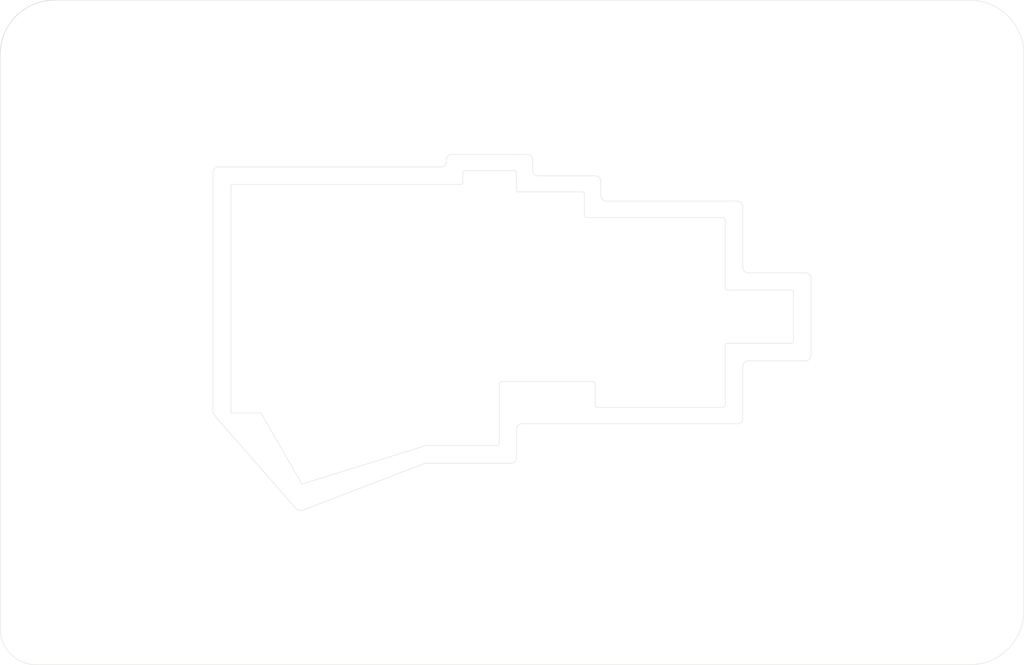
<source format=kicad_pcb>
(kicad_pcb (version 20221018) (generator pcbnew)

  (general
    (thickness 1.6)
  )

  (paper "A4")
  (layers
    (0 "F.Cu" signal)
    (31 "B.Cu" signal)
    (32 "B.Adhes" user "B.Adhesive")
    (33 "F.Adhes" user "F.Adhesive")
    (34 "B.Paste" user)
    (35 "F.Paste" user)
    (36 "B.SilkS" user "B.Silkscreen")
    (37 "F.SilkS" user "F.Silkscreen")
    (38 "B.Mask" user)
    (39 "F.Mask" user)
    (40 "Dwgs.User" user "User.Drawings")
    (41 "Cmts.User" user "User.Comments")
    (42 "Eco1.User" user "User.Eco1")
    (43 "Eco2.User" user "User.Eco2")
    (44 "Edge.Cuts" user)
    (45 "Margin" user)
    (46 "B.CrtYd" user "B.Courtyard")
    (47 "F.CrtYd" user "F.Courtyard")
    (48 "B.Fab" user)
    (49 "F.Fab" user)
    (50 "User.1" user)
    (51 "User.2" user)
    (52 "User.3" user)
    (53 "User.4" user)
    (54 "User.5" user)
    (55 "User.6" user)
    (56 "User.7" user)
    (57 "User.8" user)
    (58 "User.9" user)
  )

  (setup
    (stackup
      (layer "F.SilkS" (type "Top Silk Screen"))
      (layer "F.Paste" (type "Top Solder Paste"))
      (layer "F.Mask" (type "Top Solder Mask") (thickness 0.01))
      (layer "F.Cu" (type "copper") (thickness 0.035))
      (layer "dielectric 1" (type "core") (thickness 1.51) (material "FR4") (epsilon_r 4.5) (loss_tangent 0.02))
      (layer "B.Cu" (type "copper") (thickness 0.035))
      (layer "B.Mask" (type "Bottom Solder Mask") (thickness 0.01))
      (layer "B.Paste" (type "Bottom Solder Paste"))
      (layer "B.SilkS" (type "Bottom Silk Screen"))
      (copper_finish "None")
      (dielectric_constraints no)
    )
    (pad_to_mask_clearance 0)
    (pcbplotparams
      (layerselection 0x0001000_7ffffffe)
      (plot_on_all_layers_selection 0x0000000_00000000)
      (disableapertmacros false)
      (usegerberextensions true)
      (usegerberattributes false)
      (usegerberadvancedattributes false)
      (creategerberjobfile false)
      (dashed_line_dash_ratio 12.000000)
      (dashed_line_gap_ratio 3.000000)
      (svgprecision 3)
      (plotframeref false)
      (viasonmask false)
      (mode 1)
      (useauxorigin false)
      (hpglpennumber 1)
      (hpglpenspeed 20)
      (hpglpendiameter 15.000000)
      (dxfpolygonmode true)
      (dxfimperialunits false)
      (dxfusepcbnewfont true)
      (psnegative false)
      (psa4output false)
      (plotreference true)
      (plotvalue false)
      (plotinvisibletext false)
      (sketchpadsonfab false)
      (subtractmaskfromsilk false)
      (outputformat 5)
      (mirror false)
      (drillshape 0)
      (scaleselection 1)
      (outputdirectory "../../../../../../../Downloads/jantor-alignment/")
    )
  )

  (net 0 "")

  (gr_line (start 43.529375 -131.296875) (end 43.529375 -198.296875)
    (stroke (width 0.1) (type solid)) (layer "Edge.Cuts") (tstamp 023bd552-6d03-4063-8d5c-3259d7895c97))
  (gr_arc (start 101.911341 -117.032943) (mid 102.454993 -117.230004) (end 103.029375 -117.296875)
    (stroke (width 0.1) (type solid)) (layer "Edge.Cuts") (tstamp 0278fe62-2b41-4e62-bae2-8dc443db32f1))
  (gr_arc (start 150.029375 -197.296875) (mid 151.090035 -196.857535) (end 151.529375 -195.796875)
    (stroke (width 0.1) (type solid)) (layer "Edge.Cuts") (tstamp 04a7fdd7-facd-4d6e-b83e-12849b37f7e2))
  (gr_line (start 56.899375 -131.296875) (end 50.029375 -131.296875)
    (stroke (width 0.1) (type solid)) (layer "Edge.Cuts") (tstamp 053ddcc9-4986-4d1f-931f-472993eec5d5))
  (gr_arc (start 149.32625 -140) (mid 149.746102 -139.826102) (end 149.92 -139.40625)
    (stroke (width 0.1) (type solid)) (layer "Edge.Cuts") (tstamp 0914872a-d8d4-4920-a09d-43c14dc524dc))
  (gr_line (start 113.70125 -198.78125) (end 127.3575 -198.78125)
    (stroke (width 0.1) (type solid)) (layer "Edge.Cuts") (tstamp 0a80df00-7fb9-47b7-a660-15fb0094a739))
  (gr_arc (start 150.51375 -132.875) (mid 150.093913 -133.048913) (end 149.92 -133.46875)
    (stroke (width 0.1) (type solid)) (layer "Edge.Cuts") (tstamp 1053810c-f03f-4385-97cd-30353fe27e74))
  (gr_line (start 45.029375 -199.796875) (end 107.029375 -199.796875)
    (stroke (width 0.1) (type solid)) (layer "Edge.Cuts") (tstamp 10993bf9-ee80-4521-9950-a48b9b0b9fbc))
  (gr_line (start 149.92 -139.40625) (end 149.92 -133.46875)
    (stroke (width 0.1) (type solid)) (layer "Edge.Cuts") (tstamp 10b40f55-5c00-4be0-a102-de31b8df597b))
  (gr_arc (start 208.529375 -170.296875) (mid 209.590035 -169.857535) (end 210.029375 -168.796875)
    (stroke (width 0.1) (type solid)) (layer "Edge.Cuts") (tstamp 126902c3-3086-4bde-8a02-fa97b3d69d2c))
  (gr_arc (start 147.545 -185.71875) (mid 147.125148 -185.892648) (end 146.95125 -186.3125)
    (stroke (width 0.1) (type solid)) (layer "Edge.Cuts") (tstamp 14202685-fc89-4c5f-8aed-d3851ebefb55))
  (gr_arc (start 113.1075 -198.1875) (mid 113.281442 -198.607308) (end 113.70125 -198.78125)
    (stroke (width 0.1) (type solid)) (layer "Edge.Cuts") (tstamp 1540c54f-7c18-4be3-ae22-75f45daa8462))
  (gr_line (start 108.529375 -201.796875) (end 108.529375 -201.296875)
    (stroke (width 0.1) (type solid)) (layer "Edge.Cuts") (tstamp 18f5f8b4-f361-447c-83c0-6742921b070a))
  (gr_line (start 186.7325 -150.6875) (end 204.545 -150.6875)
    (stroke (width 0.1) (type solid)) (layer "Edge.Cuts") (tstamp 19dce3a0-c060-404a-bd1a-ac0b9097031d))
  (gr_arc (start 146.3575 -192.84375) (mid 146.777337 -192.669837) (end 146.95125 -192.25)
    (stroke (width 0.1) (type solid)) (layer "Edge.Cuts") (tstamp 1b3a65bf-21ab-4ff2-b065-ccf427f1abf9))
  (gr_line (start 150.029375 -197.296875) (end 134.029375 -197.296875)
    (stroke (width 0.1) (type solid)) (layer "Edge.Cuts") (tstamp 1e05762a-1031-4c74-820d-efbb51206868))
  (gr_arc (start 128.029375 -118.796875) (mid 127.590035 -117.736215) (end 126.529375 -117.296875)
    (stroke (width 0.1) (type solid)) (layer "Edge.Cuts") (tstamp 1e4c495a-cace-41e0-a261-451723fbfb6f))
  (gr_line (start 66.529375 -104.796875) (end 44.697325 -129.742175)
    (stroke (width 0.1) (type solid)) (layer "Edge.Cuts") (tstamp 1e7a5a71-9ce1-4ea9-842a-fb82f975bf70))
  (gr_line (start 205.13875 -151.28125) (end 205.13875 -164.9375)
    (stroke (width 0.1) (type solid)) (layer "Edge.Cuts") (tstamp 268c2e5c-21d7-42b2-8b47-f6c1f0918460))
  (gr_line (start 122.6075 -122.1875) (end 102.716875 -122.1875)
    (stroke (width 0.1) (type solid)) (layer "Edge.Cuts") (tstamp 26ad030a-5e56-460e-9fe7-715b1e47d431))
  (gr_arc (start 113.1075 -195.515625) (mid 112.933611 -195.095757) (end 112.51375 -194.921875)
    (stroke (width 0.1) (type solid)) (layer "Edge.Cuts") (tstamp 2779093f-254a-4b6c-b5b9-0564c62f551a))
  (gr_arc (start 186.13875 -150.09375) (mid 186.312648 -150.513602) (end 186.7325 -150.6875)
    (stroke (width 0.1) (type solid)) (layer "Edge.Cuts") (tstamp 2c5dc683-e11b-46f5-9dbe-0216dd822154))
  (gr_arc (start 186.13875 -133.46875) (mid 185.964837 -133.048913) (end 185.545 -132.875)
    (stroke (width 0.1) (type solid)) (layer "Edge.Cuts") (tstamp 2d9f1110-9b7c-418b-9f3b-56b046e4d059))
  (gr_line (start -5.705 -61.205) (end 254.295 -61.205)
    (stroke (width 0.1) (type default)) (layer "Edge.Cuts") (tstamp 3695650b-0910-4cd0-82da-d4ef64ab0a48))
  (gr_line (start 129.529375 -128.296875) (end 189.529375 -128.296875)
    (stroke (width 0.1) (type solid)) (layer "Edge.Cuts") (tstamp 3de60676-f0e9-4a10-a0f6-56352fe166a4))
  (gr_line (start 48.529375 -131.296875) (end 50.029375 -131.296875)
    (stroke (width 0.1) (type default)) (layer "Edge.Cuts") (tstamp 3e06026e-6876-4eed-839c-9b73f4169cd7))
  (gr_arc (start 189.529375 -190.296875) (mid 190.590035 -189.857535) (end 191.029375 -188.796875)
    (stroke (width 0.1) (type solid)) (layer "Edge.Cuts") (tstamp 3e6d2308-411c-435d-a03c-d41532a793a4))
  (gr_arc (start 254.295 -246.205) (mid 264.901602 -241.811602) (end 269.295 -231.205)
    (stroke (width 0.1) (type default)) (layer "Edge.Cuts") (tstamp 3e984740-91c7-4a1f-9242-632373c2adbf))
  (gr_arc (start 127.3575 -198.78125) (mid 127.777337 -198.607337) (end 127.95125 -198.1875)
    (stroke (width 0.1) (type solid)) (layer "Edge.Cuts") (tstamp 3f6168dd-bd6f-4b3d-b5e8-a81e7445d56d))
  (gr_arc (start 191.029375 -144.296875) (mid 191.468715 -145.357535) (end 192.529375 -145.796875)
    (stroke (width 0.1) (type solid)) (layer "Edge.Cuts") (tstamp 4068cffb-4bb7-4328-8b90-f3df9a5c2c8c))
  (gr_arc (start 123.20125 -122.78125) (mid 123.027337 -122.361413) (end 122.6075 -122.1875)
    (stroke (width 0.1) (type solid)) (layer "Edge.Cuts") (tstamp 41224397-c965-49be-95b7-e1f4bc1abe81))
  (gr_arc (start 153.029375 -190.296875) (mid 151.968715 -190.736215) (end 151.529375 -191.796875)
    (stroke (width 0.1) (type solid)) (layer "Edge.Cuts") (tstamp 4aa45586-fc4f-49c7-81ce-c3a58f597700))
  (gr_line (start 146.95125 -192.25) (end 146.95125 -186.3125)
    (stroke (width 0.1) (type solid)) (layer "Edge.Cuts") (tstamp 4ba9fee9-fa27-48b7-bdc2-a4f40bb81ba5))
  (gr_arc (start 186.7325 -165.53125) (mid 186.312648 -165.705148) (end 186.13875 -166.125)
    (stroke (width 0.1) (type solid)) (layer "Edge.Cuts") (tstamp 55f49c96-6f95-4768-be25-b61cd5725f99))
  (gr_arc (start 123.20125 -139.40625) (mid 123.375148 -139.826102) (end 123.795 -140)
    (stroke (width 0.1) (type solid)) (layer "Edge.Cuts") (tstamp 56c13294-4bb1-42bf-b9db-b004f732b060))
  (gr_arc (start 128.545 -192.84375) (mid 128.125148 -193.017648) (end 127.95125 -193.4375)
    (stroke (width 0.1) (type solid)) (layer "Edge.Cuts") (tstamp 56f1c2b2-78d2-4e8c-9f59-77a2874a1c99))
  (gr_line (start 189.529375 -190.296875) (end 153.029375 -190.296875)
    (stroke (width 0.1) (type solid)) (layer "Edge.Cuts") (tstamp 5818bef7-20c8-4ed8-83ea-f134cc6082d5))
  (gr_line (start -15.705 -71.205) (end -15.705 -231.205)
    (stroke (width 0.1) (type default)) (layer "Edge.Cuts") (tstamp 5b39b3d1-0305-49ee-907a-13ddfa9035f4))
  (gr_arc (start 128.029375 -126.796875) (mid 128.468715 -127.857535) (end 129.529375 -128.296875)
    (stroke (width 0.1) (type solid)) (layer "Edge.Cuts") (tstamp 5cf3fba2-31d8-46a8-9b7b-0b97a7f66f11))
  (gr_line (start 254.295 -246.205) (end -0.705 -246.205)
    (stroke (width 0.1) (type default)) (layer "Edge.Cuts") (tstamp 5f0aa3e9-1aef-40dd-ac3b-34a990aaae25))
  (gr_arc (start 108.529375 -201.296875) (mid 108.090064 -200.236186) (end 107.029375 -199.796875)
    (stroke (width 0.1) (type solid)) (layer "Edge.Cuts") (tstamp 68d96373-434b-4924-ad86-f4f51b0e309d))
  (gr_arc (start 134.029375 -197.296875) (mid 132.968715 -197.736215) (end 132.529375 -198.796875)
    (stroke (width 0.1) (type solid)) (layer "Edge.Cuts") (tstamp 6e554ad8-e174-42cb-85a8-16317ab6820e))
  (gr_line (start 149.32625 -140) (end 123.795 -140)
    (stroke (width 0.1) (type solid)) (layer "Edge.Cuts") (tstamp 783954d4-8e12-46cb-a77c-79973ccf77f4))
  (gr_arc (start 191.029375 -129.796875) (mid 190.590035 -128.736215) (end 189.529375 -128.296875)
    (stroke (width 0.1) (type solid)) (layer "Edge.Cuts") (tstamp 8af6771a-4e63-4ec5-afdf-82539fd75f6a))
  (gr_line (start 103.029375 -117.296875) (end 126.529375 -117.296875)
    (stroke (width 0.1) (type solid)) (layer "Edge.Cuts") (tstamp 901e4ef1-c5e9-4868-b7a5-f29186b98053))
  (gr_line (start 191.029375 -129.796875) (end 191.029375 -144.296875)
    (stroke (width 0.1) (type solid)) (layer "Edge.Cuts") (tstamp 926c5de5-cab1-4f63-b429-2c5d296e6c48))
  (gr_line (start 112.51375 -194.921875) (end 49.029375 -194.921875)
    (stroke (width 0.1) (type solid)) (layer "Edge.Cuts") (tstamp 95acbb4f-bfb0-4c52-88cb-1aa23d1ee905))
  (gr_line (start 123.20125 -139.40625) (end 123.20125 -122.78125)
    (stroke (width 0.1) (type solid)) (layer "Edge.Cuts") (tstamp 95b5a2ec-9671-435b-b88e-58d875285385))
  (gr_line (start 210.029375 -147.296875) (end 210.029375 -168.796875)
    (stroke (width 0.1) (type solid)) (layer "Edge.Cuts") (tstamp 96419fd2-09b3-4586-a4b1-51209023af62))
  (gr_line (start 151.529375 -191.796875) (end 151.529375 -195.796875)
    (stroke (width 0.1) (type solid)) (layer "Edge.Cuts") (tstamp 97c42757-5089-4356-acc7-4089e8d16692))
  (gr_line (start 48.529375 -131.296875) (end 48.529375 -194.421875)
    (stroke (width 0.1) (type solid)) (layer "Edge.Cuts") (tstamp 9a9ba5fc-2f70-4814-92b0-e458b4469bc9))
  (gr_line (start 186.13875 -185.125) (end 186.13875 -166.125)
    (stroke (width 0.1) (type solid)) (layer "Edge.Cuts") (tstamp 9be94d45-e9ae-41fe-9db3-a95753404dec))
  (gr_arc (start 131.029375 -203.296875) (mid 132.090035 -202.857535) (end 132.529375 -201.796875)
    (stroke (width 0.1) (type solid)) (layer "Edge.Cuts") (tstamp 9c0616a0-9e1d-458b-8172-6555d5b4fb26))
  (gr_line (start 68.978058 -104.399509) (end 101.911341 -117.032943)
    (stroke (width 0.1) (type solid)) (layer "Edge.Cuts") (tstamp 9d9942d1-9a62-449f-99be-318f3af10089))
  (gr_line (start 128.029375 -203.296875) (end 110.029375 -203.296875)
    (stroke (width 0.1) (type solid)) (layer "Edge.Cuts") (tstamp 9f07c200-697a-4b1a-857e-5ab37e3ec6b1))
  (gr_line (start 132.529375 -198.796875) (end 132.529375 -201.796875)
    (stroke (width 0.1) (type solid)) (layer "Edge.Cuts") (tstamp 9f0d121b-44c9-4d13-b549-87ec8bee1bfa))
  (gr_arc (start -5.705 -61.205) (mid -12.776068 -64.133932) (end -15.705 -71.205)
    (stroke (width 0.1) (type default)) (layer "Edge.Cuts") (tstamp a1844470-3931-4699-bdd0-00bf0472d8a4))
  (gr_arc (start 205.13875 -151.28125) (mid 204.964837 -150.861413) (end 204.545 -150.6875)
    (stroke (width 0.1) (type solid)) (layer "Edge.Cuts") (tstamp a7394f95-c937-4fc2-a5e2-87e3b6402175))
  (gr_arc (start 269.295 -76.205) (mid 264.901602 -65.598398) (end 254.295 -61.205)
    (stroke (width 0.1) (type default)) (layer "Edge.Cuts") (tstamp a7530fd1-4bae-4e28-9806-3a1e59aee49f))
  (gr_line (start 208.529375 -170.296875) (end 192.529375 -170.296875)
    (stroke (width 0.1) (type solid)) (layer "Edge.Cuts") (tstamp ac4ffe28-d6ef-4911-b5ec-e340736f767d))
  (gr_arc (start 68.978058 -104.399509) (mid 67.689577 -104.202947) (end 66.529375 -104.796875)
    (stroke (width 0.1) (type solid)) (layer "Edge.Cuts") (tstamp b4c1493c-e78c-4fac-bb2f-2a713510e392))
  (gr_arc (start 204.545 -165.53125) (mid 204.964837 -165.357337) (end 205.13875 -164.9375)
    (stroke (width 0.1) (type solid)) (layer "Edge.Cuts") (tstamp b4e0256d-e677-4041-a170-cc5d1e2369d8))
  (gr_line (start 131.029375 -203.296875) (end 128.029375 -203.296875)
    (stroke (width 0.1) (type solid)) (layer "Edge.Cuts") (tstamp b4ebfaef-68c0-4854-8714-0fa46215fc0b))
  (gr_line (start 113.1075 -195.515625) (end 113.1075 -198.1875)
    (stroke (width 0.1) (type solid)) (layer "Edge.Cuts") (tstamp b8555b6f-491e-42cb-bfe6-a4762544a43c))
  (gr_line (start 150.51375 -132.875) (end 185.545 -132.875)
    (stroke (width 0.1) (type solid)) (layer "Edge.Cuts") (tstamp c049d715-4adf-4865-9b42-779b56642b14))
  (gr_line (start 127.95125 -198.1875) (end 127.95125 -193.4375)
    (stroke (width 0.1) (type solid)) (layer "Edge.Cuts") (tstamp c3402989-ce4d-47b8-a1d9-145517dba152))
  (gr_arc (start -15.705 -231.205) (mid -11.311602 -241.811601) (end -0.705 -246.205)
    (stroke (width 0.15) (type default)) (layer "Edge.Cuts") (tstamp c8baa8d4-63bd-4cb7-8e34-56b3d7e324ec))
  (gr_line (start 102.716875 -122.1875) (end 68.279375 -111.5)
    (stroke (width 0.1) (type solid)) (layer "Edge.Cuts") (tstamp d76585c4-fd12-4a1d-9bf7-ef72cca6484b))
  (gr_arc (start 210.029375 -147.296875) (mid 209.590035 -146.236215) (end 208.529375 -145.796875)
    (stroke (width 0.1) (type solid)) (layer "Edge.Cuts") (tstamp d8c320ef-d6e7-483f-a149-3023607d8dc2))
  (gr_line (start 186.13875 -150.09375) (end 186.13875 -133.46875)
    (stroke (width 0.1) (type solid)) (layer "Edge.Cuts") (tstamp dc3c7134-012f-4d90-b024-6e4434c9249c))
  (gr_line (start 147.545 -185.71875) (end 185.545 -185.71875)
    (stroke (width 0.1) (type solid)) (layer "Edge.Cuts") (tstamp dd3329ce-a631-4e06-a54a-c9d899c9cc77))
  (gr_line (start 128.029375 -118.796875) (end 128.029375 -126.796875)
    (stroke (width 0.1) (type solid)) (layer "Edge.Cuts") (tstamp e0248a6d-eb8d-47b1-bc9a-c753d49a2d1e))
  (gr_arc (start 108.529375 -201.796875) (mid 108.968744 -202.857506) (end 110.029375 -203.296875)
    (stroke (width 0.1) (type solid)) (layer "Edge.Cuts") (tstamp e0bd4379-319c-49cb-871d-fd9716ceddf3))
  (gr_line (start 186.7325 -165.53125) (end 204.545 -165.53125)
    (stroke (width 0.1) (type solid)) (layer "Edge.Cuts") (tstamp e70bc480-4f0a-4abe-8135-03ea32847b42))
  (gr_arc (start 185.545 -185.71875) (mid 185.964837 -185.544837) (end 186.13875 -185.125)
    (stroke (width 0.1) (type solid)) (layer "Edge.Cuts") (tstamp eb29581f-995b-4ead-9ccc-229306d4df07))
  (gr_line (start 128.545 -192.84375) (end 146.3575 -192.84375)
    (stroke (width 0.1) (type solid)) (layer "Edge.Cuts") (tstamp ecfd6b8e-1763-45bc-a15d-f7336bab2095))
  (gr_arc (start 192.529375 -170.296875) (mid 191.468715 -170.736215) (end 191.029375 -171.796875)
    (stroke (width 0.1) (type solid)) (layer "Edge.Cuts") (tstamp ef07d3e8-9324-480e-aea2-a6bb6c445cf0))
  (gr_line (start 43.529375 -131.296875) (end 44.697325 -129.742175)
    (stroke (width 0.1) (type default)) (layer "Edge.Cuts") (tstamp f0a02601-8cb2-4dd5-8166-8156ae963641))
  (gr_line (start 191.029375 -171.796875) (end 191.029375 -188.796875)
    (stroke (width 0.1) (type solid)) (layer "Edge.Cuts") (tstamp f214b5fa-2a88-4266-8dcf-93c5193a2c6c))
  (gr_arc (start 48.529375 -194.421875) (mid 48.675851 -194.775399) (end 49.029375 -194.921875)
    (stroke (width 0.1) (type default)) (layer "Edge.Cuts") (tstamp f6f85729-c61d-4d12-bc7a-0fe7c73c1dc7))
  (gr_line (start 192.529375 -145.796875) (end 208.529375 -145.796875)
    (stroke (width 0.1) (type solid)) (layer "Edge.Cuts") (tstamp f72a0084-3aba-417e-acae-d8e28986d049))
  (gr_line (start 269.295 -76.205) (end 269.295 -231.205)
    (stroke (width 0.1) (type default)) (layer "Edge.Cuts") (tstamp fe0d7b51-ca04-4c68-83c7-b31b1571e9b9))
  (gr_line (start 68.279375 -111.5) (end 56.899375 -131.296875)
    (stroke (width 0.1) (type solid)) (layer "Edge.Cuts") (tstamp fe83ce92-05d4-4383-ad82-5dbf814df721))
  (gr_arc (start 43.529375 -198.296875) (mid 43.968744 -199.357506) (end 45.029375 -199.796875)
    (stroke (width 0.1) (type solid)) (layer "Edge.Cuts") (tstamp ff152bf3-96e9-4bb7-a2ef-378212e6a22a))

  (group "" (id b39e373c-7a36-45b6-9994-abaf997eddec)
    (members
      023bd552-6d03-4063-8d5c-3259d7895c97
      0278fe62-2b41-4e62-bae2-8dc443db32f1
      04a7fdd7-facd-4d6e-b83e-12849b37f7e2
      053ddcc9-4986-4d1f-931f-472993eec5d5
      0914872a-d8d4-4920-a09d-43c14dc524dc
      0a80df00-7fb9-47b7-a660-15fb0094a739
      1053810c-f03f-4385-97cd-30353fe27e74
      10993bf9-ee80-4521-9950-a48b9b0b9fbc
      10b40f55-5c00-4be0-a102-de31b8df597b
      126902c3-3086-4bde-8a02-fa97b3d69d2c
      14202685-fc89-4c5f-8aed-d3851ebefb55
      1540c54f-7c18-4be3-ae22-75f45daa8462
      18f5f8b4-f361-447c-83c0-6742921b070a
      19dce3a0-c060-404a-bd1a-ac0b9097031d
      1b3a65bf-21ab-4ff2-b065-ccf427f1abf9
      1e05762a-1031-4c74-820d-efbb51206868
      1e4c495a-cace-41e0-a261-451723fbfb6f
      1e7a5a71-9ce1-4ea9-842a-fb82f975bf70
      268c2e5c-21d7-42b2-8b47-f6c1f0918460
      26ad030a-5e56-460e-9fe7-715b1e47d431
      2779093f-254a-4b6c-b5b9-0564c62f551a
      2c5dc683-e11b-46f5-9dbe-0216dd822154
      2d9f1110-9b7c-418b-9f3b-56b046e4d059
      3de60676-f0e9-4a10-a0f6-56352fe166a4
      3e06026e-6876-4eed-839c-9b73f4169cd7
      3e6d2308-411c-435d-a03c-d41532a793a4
      3f6168dd-bd6f-4b3d-b5e8-a81e7445d56d
      4068cffb-4bb7-4328-8b90-f3df9a5c2c8c
      41224397-c965-49be-95b7-e1f4bc1abe81
      4aa45586-fc4f-49c7-81ce-c3a58f597700
      4ba9fee9-fa27-48b7-bdc2-a4f40bb81ba5
      55f49c96-6f95-4768-be25-b61cd5725f99
      56c13294-4bb1-42bf-b9db-b004f732b060
      56f1c2b2-78d2-4e8c-9f59-77a2874a1c99
      5818bef7-20c8-4ed8-83ea-f134cc6082d5
      5cf3fba2-31d8-46a8-9b7b-0b97a7f66f11
      68d96373-434b-4924-ad86-f4f51b0e309d
      6e554ad8-e174-42cb-85a8-16317ab6820e
      783954d4-8e12-46cb-a77c-79973ccf77f4
      8af6771a-4e63-4ec5-afdf-82539fd75f6a
      901e4ef1-c5e9-4868-b7a5-f29186b98053
      926c5de5-cab1-4f63-b429-2c5d296e6c48
      95acbb4f-bfb0-4c52-88cb-1aa23d1ee905
      95b5a2ec-9671-435b-b88e-58d875285385
      96419fd2-09b3-4586-a4b1-51209023af62
      97c42757-5089-4356-acc7-4089e8d16692
      9a9ba5fc-2f70-4814-92b0-e458b4469bc9
      9be94d45-e9ae-41fe-9db3-a95753404dec
      9c0616a0-9e1d-458b-8172-6555d5b4fb26
      9d9942d1-9a62-449f-99be-318f3af10089
      9f07c200-697a-4b1a-857e-5ab37e3ec6b1
      9f0d121b-44c9-4d13-b549-87ec8bee1bfa
      a7394f95-c937-4fc2-a5e2-87e3b6402175
      ac4ffe28-d6ef-4911-b5ec-e340736f767d
      b4c1493c-e78c-4fac-bb2f-2a713510e392
      b4e0256d-e677-4041-a170-cc5d1e2369d8
      b4ebfaef-68c0-4854-8714-0fa46215fc0b
      b8555b6f-491e-42cb-bfe6-a4762544a43c
      c049d715-4adf-4865-9b42-779b56642b14
      c3402989-ce4d-47b8-a1d9-145517dba152
      d76585c4-fd12-4a1d-9bf7-ef72cca6484b
      d8c320ef-d6e7-483f-a149-3023607d8dc2
      dc3c7134-012f-4d90-b024-6e4434c9249c
      dd3329ce-a631-4e06-a54a-c9d899c9cc77
      e0248a6d-eb8d-47b1-bc9a-c753d49a2d1e
      e0bd4379-319c-49cb-871d-fd9716ceddf3
      e70bc480-4f0a-4abe-8135-03ea32847b42
      eb29581f-995b-4ead-9ccc-229306d4df07
      ecfd6b8e-1763-45bc-a15d-f7336bab2095
      ef07d3e8-9324-480e-aea2-a6bb6c445cf0
      f0a02601-8cb2-4dd5-8166-8156ae963641
      f214b5fa-2a88-4266-8dcf-93c5193a2c6c
      f6f85729-c61d-4d12-bc7a-0fe7c73c1dc7
      f72a0084-3aba-417e-acae-d8e28986d049
      fe83ce92-05d4-4383-ad82-5dbf814df721
      ff152bf3-96e9-4bb7-a2ef-378212e6a22a
    )
  )
)

</source>
